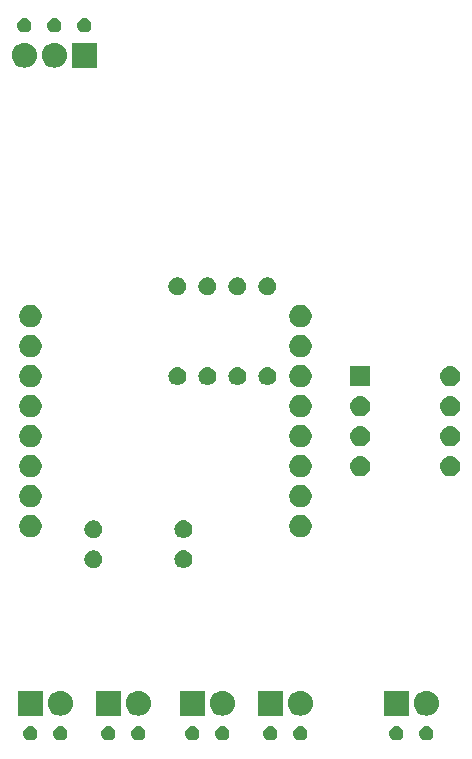
<source format=gts>
G04 #@! TF.GenerationSoftware,KiCad,Pcbnew,5.0.2-bee76a0~70~ubuntu18.04.1*
G04 #@! TF.CreationDate,2019-04-08T15:23:50+01:00*
G04 #@! TF.ProjectId,Bump Stop,42756d70-2053-4746-9f70-2e6b69636164,rev?*
G04 #@! TF.SameCoordinates,Original*
G04 #@! TF.FileFunction,Soldermask,Top*
G04 #@! TF.FilePolarity,Negative*
%FSLAX46Y46*%
G04 Gerber Fmt 4.6, Leading zero omitted, Abs format (unit mm)*
G04 Created by KiCad (PCBNEW 5.0.2-bee76a0~70~ubuntu18.04.1) date Mon Apr  8 15:23:50 2019*
%MOMM*%
%LPD*%
G01*
G04 APERTURE LIST*
%ADD10C,0.100000*%
G04 APERTURE END LIST*
D10*
G36*
X173657305Y-138614096D02*
X173766680Y-138659400D01*
X173865118Y-138725175D01*
X173948825Y-138808882D01*
X174014600Y-138907320D01*
X174059904Y-139016695D01*
X174083000Y-139132806D01*
X174083000Y-139251194D01*
X174059904Y-139367305D01*
X174014600Y-139476680D01*
X173948825Y-139575118D01*
X173865118Y-139658825D01*
X173766680Y-139724600D01*
X173657305Y-139769904D01*
X173541194Y-139793000D01*
X173422806Y-139793000D01*
X173306695Y-139769904D01*
X173197320Y-139724600D01*
X173098882Y-139658825D01*
X173015175Y-139575118D01*
X172949400Y-139476680D01*
X172904096Y-139367305D01*
X172881000Y-139251194D01*
X172881000Y-139132806D01*
X172904096Y-139016695D01*
X172949400Y-138907320D01*
X173015175Y-138808882D01*
X173098882Y-138725175D01*
X173197320Y-138659400D01*
X173306695Y-138614096D01*
X173422806Y-138591000D01*
X173541194Y-138591000D01*
X173657305Y-138614096D01*
X173657305Y-138614096D01*
G37*
G36*
X171117305Y-138614096D02*
X171226680Y-138659400D01*
X171325118Y-138725175D01*
X171408825Y-138808882D01*
X171474600Y-138907320D01*
X171519904Y-139016695D01*
X171543000Y-139132806D01*
X171543000Y-139251194D01*
X171519904Y-139367305D01*
X171474600Y-139476680D01*
X171408825Y-139575118D01*
X171325118Y-139658825D01*
X171226680Y-139724600D01*
X171117305Y-139769904D01*
X171001194Y-139793000D01*
X170882806Y-139793000D01*
X170766695Y-139769904D01*
X170657320Y-139724600D01*
X170558882Y-139658825D01*
X170475175Y-139575118D01*
X170409400Y-139476680D01*
X170364096Y-139367305D01*
X170341000Y-139251194D01*
X170341000Y-139132806D01*
X170364096Y-139016695D01*
X170409400Y-138907320D01*
X170475175Y-138808882D01*
X170558882Y-138725175D01*
X170657320Y-138659400D01*
X170766695Y-138614096D01*
X170882806Y-138591000D01*
X171001194Y-138591000D01*
X171117305Y-138614096D01*
X171117305Y-138614096D01*
G37*
G36*
X162989305Y-138614096D02*
X163098680Y-138659400D01*
X163197118Y-138725175D01*
X163280825Y-138808882D01*
X163346600Y-138907320D01*
X163391904Y-139016695D01*
X163415000Y-139132806D01*
X163415000Y-139251194D01*
X163391904Y-139367305D01*
X163346600Y-139476680D01*
X163280825Y-139575118D01*
X163197118Y-139658825D01*
X163098680Y-139724600D01*
X162989305Y-139769904D01*
X162873194Y-139793000D01*
X162754806Y-139793000D01*
X162638695Y-139769904D01*
X162529320Y-139724600D01*
X162430882Y-139658825D01*
X162347175Y-139575118D01*
X162281400Y-139476680D01*
X162236096Y-139367305D01*
X162213000Y-139251194D01*
X162213000Y-139132806D01*
X162236096Y-139016695D01*
X162281400Y-138907320D01*
X162347175Y-138808882D01*
X162430882Y-138725175D01*
X162529320Y-138659400D01*
X162638695Y-138614096D01*
X162754806Y-138591000D01*
X162873194Y-138591000D01*
X162989305Y-138614096D01*
X162989305Y-138614096D01*
G37*
G36*
X160449305Y-138614096D02*
X160558680Y-138659400D01*
X160657118Y-138725175D01*
X160740825Y-138808882D01*
X160806600Y-138907320D01*
X160851904Y-139016695D01*
X160875000Y-139132806D01*
X160875000Y-139251194D01*
X160851904Y-139367305D01*
X160806600Y-139476680D01*
X160740825Y-139575118D01*
X160657118Y-139658825D01*
X160558680Y-139724600D01*
X160449305Y-139769904D01*
X160333194Y-139793000D01*
X160214806Y-139793000D01*
X160098695Y-139769904D01*
X159989320Y-139724600D01*
X159890882Y-139658825D01*
X159807175Y-139575118D01*
X159741400Y-139476680D01*
X159696096Y-139367305D01*
X159673000Y-139251194D01*
X159673000Y-139132806D01*
X159696096Y-139016695D01*
X159741400Y-138907320D01*
X159807175Y-138808882D01*
X159890882Y-138725175D01*
X159989320Y-138659400D01*
X160098695Y-138614096D01*
X160214806Y-138591000D01*
X160333194Y-138591000D01*
X160449305Y-138614096D01*
X160449305Y-138614096D01*
G37*
G36*
X156385305Y-138614096D02*
X156494680Y-138659400D01*
X156593118Y-138725175D01*
X156676825Y-138808882D01*
X156742600Y-138907320D01*
X156787904Y-139016695D01*
X156811000Y-139132806D01*
X156811000Y-139251194D01*
X156787904Y-139367305D01*
X156742600Y-139476680D01*
X156676825Y-139575118D01*
X156593118Y-139658825D01*
X156494680Y-139724600D01*
X156385305Y-139769904D01*
X156269194Y-139793000D01*
X156150806Y-139793000D01*
X156034695Y-139769904D01*
X155925320Y-139724600D01*
X155826882Y-139658825D01*
X155743175Y-139575118D01*
X155677400Y-139476680D01*
X155632096Y-139367305D01*
X155609000Y-139251194D01*
X155609000Y-139132806D01*
X155632096Y-139016695D01*
X155677400Y-138907320D01*
X155743175Y-138808882D01*
X155826882Y-138725175D01*
X155925320Y-138659400D01*
X156034695Y-138614096D01*
X156150806Y-138591000D01*
X156269194Y-138591000D01*
X156385305Y-138614096D01*
X156385305Y-138614096D01*
G37*
G36*
X153845305Y-138614096D02*
X153954680Y-138659400D01*
X154053118Y-138725175D01*
X154136825Y-138808882D01*
X154202600Y-138907320D01*
X154247904Y-139016695D01*
X154271000Y-139132806D01*
X154271000Y-139251194D01*
X154247904Y-139367305D01*
X154202600Y-139476680D01*
X154136825Y-139575118D01*
X154053118Y-139658825D01*
X153954680Y-139724600D01*
X153845305Y-139769904D01*
X153729194Y-139793000D01*
X153610806Y-139793000D01*
X153494695Y-139769904D01*
X153385320Y-139724600D01*
X153286882Y-139658825D01*
X153203175Y-139575118D01*
X153137400Y-139476680D01*
X153092096Y-139367305D01*
X153069000Y-139251194D01*
X153069000Y-139132806D01*
X153092096Y-139016695D01*
X153137400Y-138907320D01*
X153203175Y-138808882D01*
X153286882Y-138725175D01*
X153385320Y-138659400D01*
X153494695Y-138614096D01*
X153610806Y-138591000D01*
X153729194Y-138591000D01*
X153845305Y-138614096D01*
X153845305Y-138614096D01*
G37*
G36*
X146733305Y-138614096D02*
X146842680Y-138659400D01*
X146941118Y-138725175D01*
X147024825Y-138808882D01*
X147090600Y-138907320D01*
X147135904Y-139016695D01*
X147159000Y-139132806D01*
X147159000Y-139251194D01*
X147135904Y-139367305D01*
X147090600Y-139476680D01*
X147024825Y-139575118D01*
X146941118Y-139658825D01*
X146842680Y-139724600D01*
X146733305Y-139769904D01*
X146617194Y-139793000D01*
X146498806Y-139793000D01*
X146382695Y-139769904D01*
X146273320Y-139724600D01*
X146174882Y-139658825D01*
X146091175Y-139575118D01*
X146025400Y-139476680D01*
X145980096Y-139367305D01*
X145957000Y-139251194D01*
X145957000Y-139132806D01*
X145980096Y-139016695D01*
X146025400Y-138907320D01*
X146091175Y-138808882D01*
X146174882Y-138725175D01*
X146273320Y-138659400D01*
X146382695Y-138614096D01*
X146498806Y-138591000D01*
X146617194Y-138591000D01*
X146733305Y-138614096D01*
X146733305Y-138614096D01*
G37*
G36*
X142669305Y-138614096D02*
X142778680Y-138659400D01*
X142877118Y-138725175D01*
X142960825Y-138808882D01*
X143026600Y-138907320D01*
X143071904Y-139016695D01*
X143095000Y-139132806D01*
X143095000Y-139251194D01*
X143071904Y-139367305D01*
X143026600Y-139476680D01*
X142960825Y-139575118D01*
X142877118Y-139658825D01*
X142778680Y-139724600D01*
X142669305Y-139769904D01*
X142553194Y-139793000D01*
X142434806Y-139793000D01*
X142318695Y-139769904D01*
X142209320Y-139724600D01*
X142110882Y-139658825D01*
X142027175Y-139575118D01*
X141961400Y-139476680D01*
X141916096Y-139367305D01*
X141893000Y-139251194D01*
X141893000Y-139132806D01*
X141916096Y-139016695D01*
X141961400Y-138907320D01*
X142027175Y-138808882D01*
X142110882Y-138725175D01*
X142209320Y-138659400D01*
X142318695Y-138614096D01*
X142434806Y-138591000D01*
X142553194Y-138591000D01*
X142669305Y-138614096D01*
X142669305Y-138614096D01*
G37*
G36*
X140129305Y-138614096D02*
X140238680Y-138659400D01*
X140337118Y-138725175D01*
X140420825Y-138808882D01*
X140486600Y-138907320D01*
X140531904Y-139016695D01*
X140555000Y-139132806D01*
X140555000Y-139251194D01*
X140531904Y-139367305D01*
X140486600Y-139476680D01*
X140420825Y-139575118D01*
X140337118Y-139658825D01*
X140238680Y-139724600D01*
X140129305Y-139769904D01*
X140013194Y-139793000D01*
X139894806Y-139793000D01*
X139778695Y-139769904D01*
X139669320Y-139724600D01*
X139570882Y-139658825D01*
X139487175Y-139575118D01*
X139421400Y-139476680D01*
X139376096Y-139367305D01*
X139353000Y-139251194D01*
X139353000Y-139132806D01*
X139376096Y-139016695D01*
X139421400Y-138907320D01*
X139487175Y-138808882D01*
X139570882Y-138725175D01*
X139669320Y-138659400D01*
X139778695Y-138614096D01*
X139894806Y-138591000D01*
X140013194Y-138591000D01*
X140129305Y-138614096D01*
X140129305Y-138614096D01*
G37*
G36*
X149273305Y-138614096D02*
X149382680Y-138659400D01*
X149481118Y-138725175D01*
X149564825Y-138808882D01*
X149630600Y-138907320D01*
X149675904Y-139016695D01*
X149699000Y-139132806D01*
X149699000Y-139251194D01*
X149675904Y-139367305D01*
X149630600Y-139476680D01*
X149564825Y-139575118D01*
X149481118Y-139658825D01*
X149382680Y-139724600D01*
X149273305Y-139769904D01*
X149157194Y-139793000D01*
X149038806Y-139793000D01*
X148922695Y-139769904D01*
X148813320Y-139724600D01*
X148714882Y-139658825D01*
X148631175Y-139575118D01*
X148565400Y-139476680D01*
X148520096Y-139367305D01*
X148497000Y-139251194D01*
X148497000Y-139132806D01*
X148520096Y-139016695D01*
X148565400Y-138907320D01*
X148631175Y-138808882D01*
X148714882Y-138725175D01*
X148813320Y-138659400D01*
X148922695Y-138614096D01*
X149038806Y-138591000D01*
X149157194Y-138591000D01*
X149273305Y-138614096D01*
X149273305Y-138614096D01*
G37*
G36*
X171992490Y-137702490D02*
X169891510Y-137702490D01*
X169891510Y-135601510D01*
X171992490Y-135601510D01*
X171992490Y-137702490D01*
X171992490Y-137702490D01*
G37*
G36*
X173687928Y-135616710D02*
X173687931Y-135616711D01*
X173687932Y-135616711D01*
X173885950Y-135676779D01*
X173885952Y-135676780D01*
X173885955Y-135676781D01*
X174068445Y-135774323D01*
X174228402Y-135905598D01*
X174359677Y-136065555D01*
X174457219Y-136248045D01*
X174517290Y-136446072D01*
X174537572Y-136652000D01*
X174517290Y-136857928D01*
X174457219Y-137055955D01*
X174359677Y-137238445D01*
X174228402Y-137398402D01*
X174068445Y-137529677D01*
X173885955Y-137627219D01*
X173885952Y-137627220D01*
X173885950Y-137627221D01*
X173687932Y-137687289D01*
X173687931Y-137687289D01*
X173687928Y-137687290D01*
X173533601Y-137702490D01*
X173430399Y-137702490D01*
X173276072Y-137687290D01*
X173276069Y-137687289D01*
X173276068Y-137687289D01*
X173078050Y-137627221D01*
X173078048Y-137627220D01*
X173078045Y-137627219D01*
X172895555Y-137529677D01*
X172735598Y-137398402D01*
X172604323Y-137238445D01*
X172506781Y-137055955D01*
X172446710Y-136857928D01*
X172426428Y-136652000D01*
X172446710Y-136446072D01*
X172506781Y-136248045D01*
X172604323Y-136065555D01*
X172735598Y-135905598D01*
X172895555Y-135774323D01*
X173078045Y-135676781D01*
X173078048Y-135676780D01*
X173078050Y-135676779D01*
X173276068Y-135616711D01*
X173276069Y-135616711D01*
X173276072Y-135616710D01*
X173430399Y-135601510D01*
X173533601Y-135601510D01*
X173687928Y-135616710D01*
X173687928Y-135616710D01*
G37*
G36*
X142699928Y-135616710D02*
X142699931Y-135616711D01*
X142699932Y-135616711D01*
X142897950Y-135676779D01*
X142897952Y-135676780D01*
X142897955Y-135676781D01*
X143080445Y-135774323D01*
X143240402Y-135905598D01*
X143371677Y-136065555D01*
X143469219Y-136248045D01*
X143529290Y-136446072D01*
X143549572Y-136652000D01*
X143529290Y-136857928D01*
X143469219Y-137055955D01*
X143371677Y-137238445D01*
X143240402Y-137398402D01*
X143080445Y-137529677D01*
X142897955Y-137627219D01*
X142897952Y-137627220D01*
X142897950Y-137627221D01*
X142699932Y-137687289D01*
X142699931Y-137687289D01*
X142699928Y-137687290D01*
X142545601Y-137702490D01*
X142442399Y-137702490D01*
X142288072Y-137687290D01*
X142288069Y-137687289D01*
X142288068Y-137687289D01*
X142090050Y-137627221D01*
X142090048Y-137627220D01*
X142090045Y-137627219D01*
X141907555Y-137529677D01*
X141747598Y-137398402D01*
X141616323Y-137238445D01*
X141518781Y-137055955D01*
X141458710Y-136857928D01*
X141438428Y-136652000D01*
X141458710Y-136446072D01*
X141518781Y-136248045D01*
X141616323Y-136065555D01*
X141747598Y-135905598D01*
X141907555Y-135774323D01*
X142090045Y-135676781D01*
X142090048Y-135676780D01*
X142090050Y-135676779D01*
X142288068Y-135616711D01*
X142288069Y-135616711D01*
X142288072Y-135616710D01*
X142442399Y-135601510D01*
X142545601Y-135601510D01*
X142699928Y-135616710D01*
X142699928Y-135616710D01*
G37*
G36*
X141004490Y-137702490D02*
X138903510Y-137702490D01*
X138903510Y-135601510D01*
X141004490Y-135601510D01*
X141004490Y-137702490D01*
X141004490Y-137702490D01*
G37*
G36*
X161324490Y-137702490D02*
X159223510Y-137702490D01*
X159223510Y-135601510D01*
X161324490Y-135601510D01*
X161324490Y-137702490D01*
X161324490Y-137702490D01*
G37*
G36*
X147608490Y-137702490D02*
X145507510Y-137702490D01*
X145507510Y-135601510D01*
X147608490Y-135601510D01*
X147608490Y-137702490D01*
X147608490Y-137702490D01*
G37*
G36*
X156415928Y-135616710D02*
X156415931Y-135616711D01*
X156415932Y-135616711D01*
X156613950Y-135676779D01*
X156613952Y-135676780D01*
X156613955Y-135676781D01*
X156796445Y-135774323D01*
X156956402Y-135905598D01*
X157087677Y-136065555D01*
X157185219Y-136248045D01*
X157245290Y-136446072D01*
X157265572Y-136652000D01*
X157245290Y-136857928D01*
X157185219Y-137055955D01*
X157087677Y-137238445D01*
X156956402Y-137398402D01*
X156796445Y-137529677D01*
X156613955Y-137627219D01*
X156613952Y-137627220D01*
X156613950Y-137627221D01*
X156415932Y-137687289D01*
X156415931Y-137687289D01*
X156415928Y-137687290D01*
X156261601Y-137702490D01*
X156158399Y-137702490D01*
X156004072Y-137687290D01*
X156004069Y-137687289D01*
X156004068Y-137687289D01*
X155806050Y-137627221D01*
X155806048Y-137627220D01*
X155806045Y-137627219D01*
X155623555Y-137529677D01*
X155463598Y-137398402D01*
X155332323Y-137238445D01*
X155234781Y-137055955D01*
X155174710Y-136857928D01*
X155154428Y-136652000D01*
X155174710Y-136446072D01*
X155234781Y-136248045D01*
X155332323Y-136065555D01*
X155463598Y-135905598D01*
X155623555Y-135774323D01*
X155806045Y-135676781D01*
X155806048Y-135676780D01*
X155806050Y-135676779D01*
X156004068Y-135616711D01*
X156004069Y-135616711D01*
X156004072Y-135616710D01*
X156158399Y-135601510D01*
X156261601Y-135601510D01*
X156415928Y-135616710D01*
X156415928Y-135616710D01*
G37*
G36*
X154720490Y-137702490D02*
X152619510Y-137702490D01*
X152619510Y-135601510D01*
X154720490Y-135601510D01*
X154720490Y-137702490D01*
X154720490Y-137702490D01*
G37*
G36*
X163019928Y-135616710D02*
X163019931Y-135616711D01*
X163019932Y-135616711D01*
X163217950Y-135676779D01*
X163217952Y-135676780D01*
X163217955Y-135676781D01*
X163400445Y-135774323D01*
X163560402Y-135905598D01*
X163691677Y-136065555D01*
X163789219Y-136248045D01*
X163849290Y-136446072D01*
X163869572Y-136652000D01*
X163849290Y-136857928D01*
X163789219Y-137055955D01*
X163691677Y-137238445D01*
X163560402Y-137398402D01*
X163400445Y-137529677D01*
X163217955Y-137627219D01*
X163217952Y-137627220D01*
X163217950Y-137627221D01*
X163019932Y-137687289D01*
X163019931Y-137687289D01*
X163019928Y-137687290D01*
X162865601Y-137702490D01*
X162762399Y-137702490D01*
X162608072Y-137687290D01*
X162608069Y-137687289D01*
X162608068Y-137687289D01*
X162410050Y-137627221D01*
X162410048Y-137627220D01*
X162410045Y-137627219D01*
X162227555Y-137529677D01*
X162067598Y-137398402D01*
X161936323Y-137238445D01*
X161838781Y-137055955D01*
X161778710Y-136857928D01*
X161758428Y-136652000D01*
X161778710Y-136446072D01*
X161838781Y-136248045D01*
X161936323Y-136065555D01*
X162067598Y-135905598D01*
X162227555Y-135774323D01*
X162410045Y-135676781D01*
X162410048Y-135676780D01*
X162410050Y-135676779D01*
X162608068Y-135616711D01*
X162608069Y-135616711D01*
X162608072Y-135616710D01*
X162762399Y-135601510D01*
X162865601Y-135601510D01*
X163019928Y-135616710D01*
X163019928Y-135616710D01*
G37*
G36*
X149303928Y-135616710D02*
X149303931Y-135616711D01*
X149303932Y-135616711D01*
X149501950Y-135676779D01*
X149501952Y-135676780D01*
X149501955Y-135676781D01*
X149684445Y-135774323D01*
X149844402Y-135905598D01*
X149975677Y-136065555D01*
X150073219Y-136248045D01*
X150133290Y-136446072D01*
X150153572Y-136652000D01*
X150133290Y-136857928D01*
X150073219Y-137055955D01*
X149975677Y-137238445D01*
X149844402Y-137398402D01*
X149684445Y-137529677D01*
X149501955Y-137627219D01*
X149501952Y-137627220D01*
X149501950Y-137627221D01*
X149303932Y-137687289D01*
X149303931Y-137687289D01*
X149303928Y-137687290D01*
X149149601Y-137702490D01*
X149046399Y-137702490D01*
X148892072Y-137687290D01*
X148892069Y-137687289D01*
X148892068Y-137687289D01*
X148694050Y-137627221D01*
X148694048Y-137627220D01*
X148694045Y-137627219D01*
X148511555Y-137529677D01*
X148351598Y-137398402D01*
X148220323Y-137238445D01*
X148122781Y-137055955D01*
X148062710Y-136857928D01*
X148042428Y-136652000D01*
X148062710Y-136446072D01*
X148122781Y-136248045D01*
X148220323Y-136065555D01*
X148351598Y-135905598D01*
X148511555Y-135774323D01*
X148694045Y-135676781D01*
X148694048Y-135676780D01*
X148694050Y-135676779D01*
X148892068Y-135616711D01*
X148892069Y-135616711D01*
X148892072Y-135616710D01*
X149046399Y-135601510D01*
X149149601Y-135601510D01*
X149303928Y-135616710D01*
X149303928Y-135616710D01*
G37*
G36*
X152981665Y-123712622D02*
X153055222Y-123719867D01*
X153196786Y-123762810D01*
X153327252Y-123832546D01*
X153441606Y-123926394D01*
X153535454Y-124040748D01*
X153605190Y-124171214D01*
X153648133Y-124312778D01*
X153662633Y-124460000D01*
X153648133Y-124607222D01*
X153605190Y-124748786D01*
X153535454Y-124879252D01*
X153441606Y-124993606D01*
X153327252Y-125087454D01*
X153196786Y-125157190D01*
X153055222Y-125200133D01*
X152981665Y-125207378D01*
X152944888Y-125211000D01*
X152871112Y-125211000D01*
X152834335Y-125207378D01*
X152760778Y-125200133D01*
X152619214Y-125157190D01*
X152488748Y-125087454D01*
X152374394Y-124993606D01*
X152280546Y-124879252D01*
X152210810Y-124748786D01*
X152167867Y-124607222D01*
X152153367Y-124460000D01*
X152167867Y-124312778D01*
X152210810Y-124171214D01*
X152280546Y-124040748D01*
X152374394Y-123926394D01*
X152488748Y-123832546D01*
X152619214Y-123762810D01*
X152760778Y-123719867D01*
X152834335Y-123712622D01*
X152871112Y-123709000D01*
X152944888Y-123709000D01*
X152981665Y-123712622D01*
X152981665Y-123712622D01*
G37*
G36*
X145416600Y-123719867D02*
X145507059Y-123737860D01*
X145643732Y-123794472D01*
X145700715Y-123832547D01*
X145766738Y-123876662D01*
X145871338Y-123981262D01*
X145871340Y-123981265D01*
X145953528Y-124104268D01*
X146010140Y-124240941D01*
X146039000Y-124386033D01*
X146039000Y-124533967D01*
X146010140Y-124679059D01*
X145953528Y-124815732D01*
X145872446Y-124937079D01*
X145871338Y-124938738D01*
X145766738Y-125043338D01*
X145766735Y-125043340D01*
X145643732Y-125125528D01*
X145507059Y-125182140D01*
X145420004Y-125199456D01*
X145361969Y-125211000D01*
X145214031Y-125211000D01*
X145155996Y-125199456D01*
X145068941Y-125182140D01*
X144932268Y-125125528D01*
X144809265Y-125043340D01*
X144809262Y-125043338D01*
X144704662Y-124938738D01*
X144703554Y-124937079D01*
X144622472Y-124815732D01*
X144565860Y-124679059D01*
X144537000Y-124533967D01*
X144537000Y-124386033D01*
X144565860Y-124240941D01*
X144622472Y-124104268D01*
X144704660Y-123981265D01*
X144704662Y-123981262D01*
X144809262Y-123876662D01*
X144875285Y-123832547D01*
X144932268Y-123794472D01*
X145068941Y-123737860D01*
X145159400Y-123719867D01*
X145214031Y-123709000D01*
X145361969Y-123709000D01*
X145416600Y-123719867D01*
X145416600Y-123719867D01*
G37*
G36*
X152981665Y-121172622D02*
X153055222Y-121179867D01*
X153196786Y-121222810D01*
X153327252Y-121292546D01*
X153441606Y-121386394D01*
X153535454Y-121500748D01*
X153605190Y-121631214D01*
X153648133Y-121772778D01*
X153662633Y-121920000D01*
X153648133Y-122067222D01*
X153605190Y-122208786D01*
X153535454Y-122339252D01*
X153441606Y-122453606D01*
X153327252Y-122547454D01*
X153196786Y-122617190D01*
X153055222Y-122660133D01*
X152981665Y-122667378D01*
X152944888Y-122671000D01*
X152871112Y-122671000D01*
X152834335Y-122667378D01*
X152760778Y-122660133D01*
X152619214Y-122617190D01*
X152488748Y-122547454D01*
X152374394Y-122453606D01*
X152280546Y-122339252D01*
X152210810Y-122208786D01*
X152167867Y-122067222D01*
X152153367Y-121920000D01*
X152167867Y-121772778D01*
X152210810Y-121631214D01*
X152280546Y-121500748D01*
X152374394Y-121386394D01*
X152488748Y-121292546D01*
X152619214Y-121222810D01*
X152760778Y-121179867D01*
X152834335Y-121172622D01*
X152871112Y-121169000D01*
X152944888Y-121169000D01*
X152981665Y-121172622D01*
X152981665Y-121172622D01*
G37*
G36*
X145416600Y-121179867D02*
X145507059Y-121197860D01*
X145643732Y-121254472D01*
X145700715Y-121292547D01*
X145766738Y-121336662D01*
X145871338Y-121441262D01*
X145871340Y-121441265D01*
X145953528Y-121564268D01*
X146010140Y-121700941D01*
X146039000Y-121846033D01*
X146039000Y-121993967D01*
X146010140Y-122139059D01*
X145953528Y-122275732D01*
X145872446Y-122397079D01*
X145871338Y-122398738D01*
X145766738Y-122503338D01*
X145766735Y-122503340D01*
X145643732Y-122585528D01*
X145507059Y-122642140D01*
X145420004Y-122659456D01*
X145361969Y-122671000D01*
X145214031Y-122671000D01*
X145155996Y-122659456D01*
X145068941Y-122642140D01*
X144932268Y-122585528D01*
X144809265Y-122503340D01*
X144809262Y-122503338D01*
X144704662Y-122398738D01*
X144703554Y-122397079D01*
X144622472Y-122275732D01*
X144565860Y-122139059D01*
X144537000Y-121993967D01*
X144537000Y-121846033D01*
X144565860Y-121700941D01*
X144622472Y-121564268D01*
X144704660Y-121441265D01*
X144704662Y-121441262D01*
X144809262Y-121336662D01*
X144875285Y-121292547D01*
X144932268Y-121254472D01*
X145068941Y-121197860D01*
X145159400Y-121179867D01*
X145214031Y-121169000D01*
X145361969Y-121169000D01*
X145416600Y-121179867D01*
X145416600Y-121179867D01*
G37*
G36*
X163091396Y-120751546D02*
X163264466Y-120823234D01*
X163420230Y-120927312D01*
X163552688Y-121059770D01*
X163656766Y-121215534D01*
X163728454Y-121388604D01*
X163765000Y-121572333D01*
X163765000Y-121759667D01*
X163728454Y-121943396D01*
X163656766Y-122116466D01*
X163552688Y-122272230D01*
X163420230Y-122404688D01*
X163264466Y-122508766D01*
X163091396Y-122580454D01*
X162907667Y-122617000D01*
X162720333Y-122617000D01*
X162536604Y-122580454D01*
X162363534Y-122508766D01*
X162207770Y-122404688D01*
X162075312Y-122272230D01*
X161971234Y-122116466D01*
X161899546Y-121943396D01*
X161863000Y-121759667D01*
X161863000Y-121572333D01*
X161899546Y-121388604D01*
X161971234Y-121215534D01*
X162075312Y-121059770D01*
X162207770Y-120927312D01*
X162363534Y-120823234D01*
X162536604Y-120751546D01*
X162720333Y-120715000D01*
X162907667Y-120715000D01*
X163091396Y-120751546D01*
X163091396Y-120751546D01*
G37*
G36*
X140231396Y-120751546D02*
X140404466Y-120823234D01*
X140560230Y-120927312D01*
X140692688Y-121059770D01*
X140796766Y-121215534D01*
X140868454Y-121388604D01*
X140905000Y-121572333D01*
X140905000Y-121759667D01*
X140868454Y-121943396D01*
X140796766Y-122116466D01*
X140692688Y-122272230D01*
X140560230Y-122404688D01*
X140404466Y-122508766D01*
X140231396Y-122580454D01*
X140047667Y-122617000D01*
X139860333Y-122617000D01*
X139676604Y-122580454D01*
X139503534Y-122508766D01*
X139347770Y-122404688D01*
X139215312Y-122272230D01*
X139111234Y-122116466D01*
X139039546Y-121943396D01*
X139003000Y-121759667D01*
X139003000Y-121572333D01*
X139039546Y-121388604D01*
X139111234Y-121215534D01*
X139215312Y-121059770D01*
X139347770Y-120927312D01*
X139503534Y-120823234D01*
X139676604Y-120751546D01*
X139860333Y-120715000D01*
X140047667Y-120715000D01*
X140231396Y-120751546D01*
X140231396Y-120751546D01*
G37*
G36*
X163091396Y-118211546D02*
X163264466Y-118283234D01*
X163420230Y-118387312D01*
X163552688Y-118519770D01*
X163656766Y-118675534D01*
X163728454Y-118848604D01*
X163765000Y-119032333D01*
X163765000Y-119219667D01*
X163728454Y-119403396D01*
X163656766Y-119576466D01*
X163552688Y-119732230D01*
X163420230Y-119864688D01*
X163264466Y-119968766D01*
X163091396Y-120040454D01*
X162907667Y-120077000D01*
X162720333Y-120077000D01*
X162536604Y-120040454D01*
X162363534Y-119968766D01*
X162207770Y-119864688D01*
X162075312Y-119732230D01*
X161971234Y-119576466D01*
X161899546Y-119403396D01*
X161863000Y-119219667D01*
X161863000Y-119032333D01*
X161899546Y-118848604D01*
X161971234Y-118675534D01*
X162075312Y-118519770D01*
X162207770Y-118387312D01*
X162363534Y-118283234D01*
X162536604Y-118211546D01*
X162720333Y-118175000D01*
X162907667Y-118175000D01*
X163091396Y-118211546D01*
X163091396Y-118211546D01*
G37*
G36*
X140231396Y-118211546D02*
X140404466Y-118283234D01*
X140560230Y-118387312D01*
X140692688Y-118519770D01*
X140796766Y-118675534D01*
X140868454Y-118848604D01*
X140905000Y-119032333D01*
X140905000Y-119219667D01*
X140868454Y-119403396D01*
X140796766Y-119576466D01*
X140692688Y-119732230D01*
X140560230Y-119864688D01*
X140404466Y-119968766D01*
X140231396Y-120040454D01*
X140047667Y-120077000D01*
X139860333Y-120077000D01*
X139676604Y-120040454D01*
X139503534Y-119968766D01*
X139347770Y-119864688D01*
X139215312Y-119732230D01*
X139111234Y-119576466D01*
X139039546Y-119403396D01*
X139003000Y-119219667D01*
X139003000Y-119032333D01*
X139039546Y-118848604D01*
X139111234Y-118675534D01*
X139215312Y-118519770D01*
X139347770Y-118387312D01*
X139503534Y-118283234D01*
X139676604Y-118211546D01*
X139860333Y-118175000D01*
X140047667Y-118175000D01*
X140231396Y-118211546D01*
X140231396Y-118211546D01*
G37*
G36*
X163091396Y-115671546D02*
X163264466Y-115743234D01*
X163420230Y-115847312D01*
X163552688Y-115979770D01*
X163656766Y-116135534D01*
X163728454Y-116308604D01*
X163765000Y-116492333D01*
X163765000Y-116679667D01*
X163728454Y-116863396D01*
X163656766Y-117036466D01*
X163552688Y-117192230D01*
X163420230Y-117324688D01*
X163264466Y-117428766D01*
X163091396Y-117500454D01*
X162907667Y-117537000D01*
X162720333Y-117537000D01*
X162536604Y-117500454D01*
X162363534Y-117428766D01*
X162207770Y-117324688D01*
X162075312Y-117192230D01*
X161971234Y-117036466D01*
X161899546Y-116863396D01*
X161863000Y-116679667D01*
X161863000Y-116492333D01*
X161899546Y-116308604D01*
X161971234Y-116135534D01*
X162075312Y-115979770D01*
X162207770Y-115847312D01*
X162363534Y-115743234D01*
X162536604Y-115671546D01*
X162720333Y-115635000D01*
X162907667Y-115635000D01*
X163091396Y-115671546D01*
X163091396Y-115671546D01*
G37*
G36*
X140231396Y-115671546D02*
X140404466Y-115743234D01*
X140560230Y-115847312D01*
X140692688Y-115979770D01*
X140796766Y-116135534D01*
X140868454Y-116308604D01*
X140905000Y-116492333D01*
X140905000Y-116679667D01*
X140868454Y-116863396D01*
X140796766Y-117036466D01*
X140692688Y-117192230D01*
X140560230Y-117324688D01*
X140404466Y-117428766D01*
X140231396Y-117500454D01*
X140047667Y-117537000D01*
X139860333Y-117537000D01*
X139676604Y-117500454D01*
X139503534Y-117428766D01*
X139347770Y-117324688D01*
X139215312Y-117192230D01*
X139111234Y-117036466D01*
X139039546Y-116863396D01*
X139003000Y-116679667D01*
X139003000Y-116492333D01*
X139039546Y-116308604D01*
X139111234Y-116135534D01*
X139215312Y-115979770D01*
X139347770Y-115847312D01*
X139503534Y-115743234D01*
X139676604Y-115671546D01*
X139860333Y-115635000D01*
X140047667Y-115635000D01*
X140231396Y-115671546D01*
X140231396Y-115671546D01*
G37*
G36*
X175680821Y-115747313D02*
X175680824Y-115747314D01*
X175680825Y-115747314D01*
X175841239Y-115795975D01*
X175841241Y-115795976D01*
X175841244Y-115795977D01*
X175989078Y-115874995D01*
X176118659Y-115981341D01*
X176225005Y-116110922D01*
X176304023Y-116258756D01*
X176304024Y-116258759D01*
X176304025Y-116258761D01*
X176352686Y-116419175D01*
X176352687Y-116419179D01*
X176369117Y-116586000D01*
X176352687Y-116752821D01*
X176352686Y-116752824D01*
X176352686Y-116752825D01*
X176319145Y-116863396D01*
X176304023Y-116913244D01*
X176225005Y-117061078D01*
X176118659Y-117190659D01*
X175989078Y-117297005D01*
X175841244Y-117376023D01*
X175841241Y-117376024D01*
X175841239Y-117376025D01*
X175680825Y-117424686D01*
X175680824Y-117424686D01*
X175680821Y-117424687D01*
X175555804Y-117437000D01*
X175472196Y-117437000D01*
X175347179Y-117424687D01*
X175347176Y-117424686D01*
X175347175Y-117424686D01*
X175186761Y-117376025D01*
X175186759Y-117376024D01*
X175186756Y-117376023D01*
X175038922Y-117297005D01*
X174909341Y-117190659D01*
X174802995Y-117061078D01*
X174723977Y-116913244D01*
X174708856Y-116863396D01*
X174675314Y-116752825D01*
X174675314Y-116752824D01*
X174675313Y-116752821D01*
X174658883Y-116586000D01*
X174675313Y-116419179D01*
X174675314Y-116419175D01*
X174723975Y-116258761D01*
X174723976Y-116258759D01*
X174723977Y-116258756D01*
X174802995Y-116110922D01*
X174909341Y-115981341D01*
X175038922Y-115874995D01*
X175186756Y-115795977D01*
X175186759Y-115795976D01*
X175186761Y-115795975D01*
X175347175Y-115747314D01*
X175347176Y-115747314D01*
X175347179Y-115747313D01*
X175472196Y-115735000D01*
X175555804Y-115735000D01*
X175680821Y-115747313D01*
X175680821Y-115747313D01*
G37*
G36*
X168060821Y-115747313D02*
X168060824Y-115747314D01*
X168060825Y-115747314D01*
X168221239Y-115795975D01*
X168221241Y-115795976D01*
X168221244Y-115795977D01*
X168369078Y-115874995D01*
X168498659Y-115981341D01*
X168605005Y-116110922D01*
X168684023Y-116258756D01*
X168684024Y-116258759D01*
X168684025Y-116258761D01*
X168732686Y-116419175D01*
X168732687Y-116419179D01*
X168749117Y-116586000D01*
X168732687Y-116752821D01*
X168732686Y-116752824D01*
X168732686Y-116752825D01*
X168699145Y-116863396D01*
X168684023Y-116913244D01*
X168605005Y-117061078D01*
X168498659Y-117190659D01*
X168369078Y-117297005D01*
X168221244Y-117376023D01*
X168221241Y-117376024D01*
X168221239Y-117376025D01*
X168060825Y-117424686D01*
X168060824Y-117424686D01*
X168060821Y-117424687D01*
X167935804Y-117437000D01*
X167852196Y-117437000D01*
X167727179Y-117424687D01*
X167727176Y-117424686D01*
X167727175Y-117424686D01*
X167566761Y-117376025D01*
X167566759Y-117376024D01*
X167566756Y-117376023D01*
X167418922Y-117297005D01*
X167289341Y-117190659D01*
X167182995Y-117061078D01*
X167103977Y-116913244D01*
X167088856Y-116863396D01*
X167055314Y-116752825D01*
X167055314Y-116752824D01*
X167055313Y-116752821D01*
X167038883Y-116586000D01*
X167055313Y-116419179D01*
X167055314Y-116419175D01*
X167103975Y-116258761D01*
X167103976Y-116258759D01*
X167103977Y-116258756D01*
X167182995Y-116110922D01*
X167289341Y-115981341D01*
X167418922Y-115874995D01*
X167566756Y-115795977D01*
X167566759Y-115795976D01*
X167566761Y-115795975D01*
X167727175Y-115747314D01*
X167727176Y-115747314D01*
X167727179Y-115747313D01*
X167852196Y-115735000D01*
X167935804Y-115735000D01*
X168060821Y-115747313D01*
X168060821Y-115747313D01*
G37*
G36*
X140231396Y-113131546D02*
X140404466Y-113203234D01*
X140560230Y-113307312D01*
X140692688Y-113439770D01*
X140796766Y-113595534D01*
X140868454Y-113768604D01*
X140905000Y-113952333D01*
X140905000Y-114139667D01*
X140868454Y-114323396D01*
X140796766Y-114496466D01*
X140692688Y-114652230D01*
X140560230Y-114784688D01*
X140404466Y-114888766D01*
X140231396Y-114960454D01*
X140047667Y-114997000D01*
X139860333Y-114997000D01*
X139676604Y-114960454D01*
X139503534Y-114888766D01*
X139347770Y-114784688D01*
X139215312Y-114652230D01*
X139111234Y-114496466D01*
X139039546Y-114323396D01*
X139003000Y-114139667D01*
X139003000Y-113952333D01*
X139039546Y-113768604D01*
X139111234Y-113595534D01*
X139215312Y-113439770D01*
X139347770Y-113307312D01*
X139503534Y-113203234D01*
X139676604Y-113131546D01*
X139860333Y-113095000D01*
X140047667Y-113095000D01*
X140231396Y-113131546D01*
X140231396Y-113131546D01*
G37*
G36*
X163091396Y-113131546D02*
X163264466Y-113203234D01*
X163420230Y-113307312D01*
X163552688Y-113439770D01*
X163656766Y-113595534D01*
X163728454Y-113768604D01*
X163765000Y-113952333D01*
X163765000Y-114139667D01*
X163728454Y-114323396D01*
X163656766Y-114496466D01*
X163552688Y-114652230D01*
X163420230Y-114784688D01*
X163264466Y-114888766D01*
X163091396Y-114960454D01*
X162907667Y-114997000D01*
X162720333Y-114997000D01*
X162536604Y-114960454D01*
X162363534Y-114888766D01*
X162207770Y-114784688D01*
X162075312Y-114652230D01*
X161971234Y-114496466D01*
X161899546Y-114323396D01*
X161863000Y-114139667D01*
X161863000Y-113952333D01*
X161899546Y-113768604D01*
X161971234Y-113595534D01*
X162075312Y-113439770D01*
X162207770Y-113307312D01*
X162363534Y-113203234D01*
X162536604Y-113131546D01*
X162720333Y-113095000D01*
X162907667Y-113095000D01*
X163091396Y-113131546D01*
X163091396Y-113131546D01*
G37*
G36*
X168060821Y-113207313D02*
X168060824Y-113207314D01*
X168060825Y-113207314D01*
X168221239Y-113255975D01*
X168221241Y-113255976D01*
X168221244Y-113255977D01*
X168369078Y-113334995D01*
X168498659Y-113441341D01*
X168605005Y-113570922D01*
X168684023Y-113718756D01*
X168684024Y-113718759D01*
X168684025Y-113718761D01*
X168732686Y-113879175D01*
X168732687Y-113879179D01*
X168749117Y-114046000D01*
X168732687Y-114212821D01*
X168732686Y-114212824D01*
X168732686Y-114212825D01*
X168699145Y-114323396D01*
X168684023Y-114373244D01*
X168605005Y-114521078D01*
X168498659Y-114650659D01*
X168369078Y-114757005D01*
X168221244Y-114836023D01*
X168221241Y-114836024D01*
X168221239Y-114836025D01*
X168060825Y-114884686D01*
X168060824Y-114884686D01*
X168060821Y-114884687D01*
X167935804Y-114897000D01*
X167852196Y-114897000D01*
X167727179Y-114884687D01*
X167727176Y-114884686D01*
X167727175Y-114884686D01*
X167566761Y-114836025D01*
X167566759Y-114836024D01*
X167566756Y-114836023D01*
X167418922Y-114757005D01*
X167289341Y-114650659D01*
X167182995Y-114521078D01*
X167103977Y-114373244D01*
X167088856Y-114323396D01*
X167055314Y-114212825D01*
X167055314Y-114212824D01*
X167055313Y-114212821D01*
X167038883Y-114046000D01*
X167055313Y-113879179D01*
X167055314Y-113879175D01*
X167103975Y-113718761D01*
X167103976Y-113718759D01*
X167103977Y-113718756D01*
X167182995Y-113570922D01*
X167289341Y-113441341D01*
X167418922Y-113334995D01*
X167566756Y-113255977D01*
X167566759Y-113255976D01*
X167566761Y-113255975D01*
X167727175Y-113207314D01*
X167727176Y-113207314D01*
X167727179Y-113207313D01*
X167852196Y-113195000D01*
X167935804Y-113195000D01*
X168060821Y-113207313D01*
X168060821Y-113207313D01*
G37*
G36*
X175680821Y-113207313D02*
X175680824Y-113207314D01*
X175680825Y-113207314D01*
X175841239Y-113255975D01*
X175841241Y-113255976D01*
X175841244Y-113255977D01*
X175989078Y-113334995D01*
X176118659Y-113441341D01*
X176225005Y-113570922D01*
X176304023Y-113718756D01*
X176304024Y-113718759D01*
X176304025Y-113718761D01*
X176352686Y-113879175D01*
X176352687Y-113879179D01*
X176369117Y-114046000D01*
X176352687Y-114212821D01*
X176352686Y-114212824D01*
X176352686Y-114212825D01*
X176319145Y-114323396D01*
X176304023Y-114373244D01*
X176225005Y-114521078D01*
X176118659Y-114650659D01*
X175989078Y-114757005D01*
X175841244Y-114836023D01*
X175841241Y-114836024D01*
X175841239Y-114836025D01*
X175680825Y-114884686D01*
X175680824Y-114884686D01*
X175680821Y-114884687D01*
X175555804Y-114897000D01*
X175472196Y-114897000D01*
X175347179Y-114884687D01*
X175347176Y-114884686D01*
X175347175Y-114884686D01*
X175186761Y-114836025D01*
X175186759Y-114836024D01*
X175186756Y-114836023D01*
X175038922Y-114757005D01*
X174909341Y-114650659D01*
X174802995Y-114521078D01*
X174723977Y-114373244D01*
X174708856Y-114323396D01*
X174675314Y-114212825D01*
X174675314Y-114212824D01*
X174675313Y-114212821D01*
X174658883Y-114046000D01*
X174675313Y-113879179D01*
X174675314Y-113879175D01*
X174723975Y-113718761D01*
X174723976Y-113718759D01*
X174723977Y-113718756D01*
X174802995Y-113570922D01*
X174909341Y-113441341D01*
X175038922Y-113334995D01*
X175186756Y-113255977D01*
X175186759Y-113255976D01*
X175186761Y-113255975D01*
X175347175Y-113207314D01*
X175347176Y-113207314D01*
X175347179Y-113207313D01*
X175472196Y-113195000D01*
X175555804Y-113195000D01*
X175680821Y-113207313D01*
X175680821Y-113207313D01*
G37*
G36*
X140231396Y-110591546D02*
X140404466Y-110663234D01*
X140560230Y-110767312D01*
X140692688Y-110899770D01*
X140796766Y-111055534D01*
X140868454Y-111228604D01*
X140905000Y-111412333D01*
X140905000Y-111599667D01*
X140868454Y-111783396D01*
X140796766Y-111956466D01*
X140692688Y-112112230D01*
X140560230Y-112244688D01*
X140404466Y-112348766D01*
X140231396Y-112420454D01*
X140047667Y-112457000D01*
X139860333Y-112457000D01*
X139676604Y-112420454D01*
X139503534Y-112348766D01*
X139347770Y-112244688D01*
X139215312Y-112112230D01*
X139111234Y-111956466D01*
X139039546Y-111783396D01*
X139003000Y-111599667D01*
X139003000Y-111412333D01*
X139039546Y-111228604D01*
X139111234Y-111055534D01*
X139215312Y-110899770D01*
X139347770Y-110767312D01*
X139503534Y-110663234D01*
X139676604Y-110591546D01*
X139860333Y-110555000D01*
X140047667Y-110555000D01*
X140231396Y-110591546D01*
X140231396Y-110591546D01*
G37*
G36*
X163091396Y-110591546D02*
X163264466Y-110663234D01*
X163420230Y-110767312D01*
X163552688Y-110899770D01*
X163656766Y-111055534D01*
X163728454Y-111228604D01*
X163765000Y-111412333D01*
X163765000Y-111599667D01*
X163728454Y-111783396D01*
X163656766Y-111956466D01*
X163552688Y-112112230D01*
X163420230Y-112244688D01*
X163264466Y-112348766D01*
X163091396Y-112420454D01*
X162907667Y-112457000D01*
X162720333Y-112457000D01*
X162536604Y-112420454D01*
X162363534Y-112348766D01*
X162207770Y-112244688D01*
X162075312Y-112112230D01*
X161971234Y-111956466D01*
X161899546Y-111783396D01*
X161863000Y-111599667D01*
X161863000Y-111412333D01*
X161899546Y-111228604D01*
X161971234Y-111055534D01*
X162075312Y-110899770D01*
X162207770Y-110767312D01*
X162363534Y-110663234D01*
X162536604Y-110591546D01*
X162720333Y-110555000D01*
X162907667Y-110555000D01*
X163091396Y-110591546D01*
X163091396Y-110591546D01*
G37*
G36*
X175680821Y-110667313D02*
X175680824Y-110667314D01*
X175680825Y-110667314D01*
X175841239Y-110715975D01*
X175841241Y-110715976D01*
X175841244Y-110715977D01*
X175989078Y-110794995D01*
X176118659Y-110901341D01*
X176225005Y-111030922D01*
X176304023Y-111178756D01*
X176304024Y-111178759D01*
X176304025Y-111178761D01*
X176352686Y-111339175D01*
X176352687Y-111339179D01*
X176369117Y-111506000D01*
X176352687Y-111672821D01*
X176352686Y-111672824D01*
X176352686Y-111672825D01*
X176319145Y-111783396D01*
X176304023Y-111833244D01*
X176225005Y-111981078D01*
X176118659Y-112110659D01*
X175989078Y-112217005D01*
X175841244Y-112296023D01*
X175841241Y-112296024D01*
X175841239Y-112296025D01*
X175680825Y-112344686D01*
X175680824Y-112344686D01*
X175680821Y-112344687D01*
X175555804Y-112357000D01*
X175472196Y-112357000D01*
X175347179Y-112344687D01*
X175347176Y-112344686D01*
X175347175Y-112344686D01*
X175186761Y-112296025D01*
X175186759Y-112296024D01*
X175186756Y-112296023D01*
X175038922Y-112217005D01*
X174909341Y-112110659D01*
X174802995Y-111981078D01*
X174723977Y-111833244D01*
X174708856Y-111783396D01*
X174675314Y-111672825D01*
X174675314Y-111672824D01*
X174675313Y-111672821D01*
X174658883Y-111506000D01*
X174675313Y-111339179D01*
X174675314Y-111339175D01*
X174723975Y-111178761D01*
X174723976Y-111178759D01*
X174723977Y-111178756D01*
X174802995Y-111030922D01*
X174909341Y-110901341D01*
X175038922Y-110794995D01*
X175186756Y-110715977D01*
X175186759Y-110715976D01*
X175186761Y-110715975D01*
X175347175Y-110667314D01*
X175347176Y-110667314D01*
X175347179Y-110667313D01*
X175472196Y-110655000D01*
X175555804Y-110655000D01*
X175680821Y-110667313D01*
X175680821Y-110667313D01*
G37*
G36*
X168060821Y-110667313D02*
X168060824Y-110667314D01*
X168060825Y-110667314D01*
X168221239Y-110715975D01*
X168221241Y-110715976D01*
X168221244Y-110715977D01*
X168369078Y-110794995D01*
X168498659Y-110901341D01*
X168605005Y-111030922D01*
X168684023Y-111178756D01*
X168684024Y-111178759D01*
X168684025Y-111178761D01*
X168732686Y-111339175D01*
X168732687Y-111339179D01*
X168749117Y-111506000D01*
X168732687Y-111672821D01*
X168732686Y-111672824D01*
X168732686Y-111672825D01*
X168699145Y-111783396D01*
X168684023Y-111833244D01*
X168605005Y-111981078D01*
X168498659Y-112110659D01*
X168369078Y-112217005D01*
X168221244Y-112296023D01*
X168221241Y-112296024D01*
X168221239Y-112296025D01*
X168060825Y-112344686D01*
X168060824Y-112344686D01*
X168060821Y-112344687D01*
X167935804Y-112357000D01*
X167852196Y-112357000D01*
X167727179Y-112344687D01*
X167727176Y-112344686D01*
X167727175Y-112344686D01*
X167566761Y-112296025D01*
X167566759Y-112296024D01*
X167566756Y-112296023D01*
X167418922Y-112217005D01*
X167289341Y-112110659D01*
X167182995Y-111981078D01*
X167103977Y-111833244D01*
X167088856Y-111783396D01*
X167055314Y-111672825D01*
X167055314Y-111672824D01*
X167055313Y-111672821D01*
X167038883Y-111506000D01*
X167055313Y-111339179D01*
X167055314Y-111339175D01*
X167103975Y-111178761D01*
X167103976Y-111178759D01*
X167103977Y-111178756D01*
X167182995Y-111030922D01*
X167289341Y-110901341D01*
X167418922Y-110794995D01*
X167566756Y-110715977D01*
X167566759Y-110715976D01*
X167566761Y-110715975D01*
X167727175Y-110667314D01*
X167727176Y-110667314D01*
X167727179Y-110667313D01*
X167852196Y-110655000D01*
X167935804Y-110655000D01*
X168060821Y-110667313D01*
X168060821Y-110667313D01*
G37*
G36*
X163091396Y-108051546D02*
X163264466Y-108123234D01*
X163420230Y-108227312D01*
X163552688Y-108359770D01*
X163656766Y-108515534D01*
X163728454Y-108688604D01*
X163765000Y-108872333D01*
X163765000Y-109059667D01*
X163728454Y-109243396D01*
X163656766Y-109416466D01*
X163552688Y-109572230D01*
X163420230Y-109704688D01*
X163264466Y-109808766D01*
X163091396Y-109880454D01*
X162907667Y-109917000D01*
X162720333Y-109917000D01*
X162536604Y-109880454D01*
X162363534Y-109808766D01*
X162207770Y-109704688D01*
X162075312Y-109572230D01*
X161971234Y-109416466D01*
X161899546Y-109243396D01*
X161863000Y-109059667D01*
X161863000Y-108872333D01*
X161899546Y-108688604D01*
X161971234Y-108515534D01*
X162075312Y-108359770D01*
X162207770Y-108227312D01*
X162363534Y-108123234D01*
X162536604Y-108051546D01*
X162720333Y-108015000D01*
X162907667Y-108015000D01*
X163091396Y-108051546D01*
X163091396Y-108051546D01*
G37*
G36*
X140231396Y-108051546D02*
X140404466Y-108123234D01*
X140560230Y-108227312D01*
X140692688Y-108359770D01*
X140796766Y-108515534D01*
X140868454Y-108688604D01*
X140905000Y-108872333D01*
X140905000Y-109059667D01*
X140868454Y-109243396D01*
X140796766Y-109416466D01*
X140692688Y-109572230D01*
X140560230Y-109704688D01*
X140404466Y-109808766D01*
X140231396Y-109880454D01*
X140047667Y-109917000D01*
X139860333Y-109917000D01*
X139676604Y-109880454D01*
X139503534Y-109808766D01*
X139347770Y-109704688D01*
X139215312Y-109572230D01*
X139111234Y-109416466D01*
X139039546Y-109243396D01*
X139003000Y-109059667D01*
X139003000Y-108872333D01*
X139039546Y-108688604D01*
X139111234Y-108515534D01*
X139215312Y-108359770D01*
X139347770Y-108227312D01*
X139503534Y-108123234D01*
X139676604Y-108051546D01*
X139860333Y-108015000D01*
X140047667Y-108015000D01*
X140231396Y-108051546D01*
X140231396Y-108051546D01*
G37*
G36*
X168745000Y-109817000D02*
X167043000Y-109817000D01*
X167043000Y-108115000D01*
X168745000Y-108115000D01*
X168745000Y-109817000D01*
X168745000Y-109817000D01*
G37*
G36*
X175680821Y-108127313D02*
X175680824Y-108127314D01*
X175680825Y-108127314D01*
X175841239Y-108175975D01*
X175841241Y-108175976D01*
X175841244Y-108175977D01*
X175989078Y-108254995D01*
X176118659Y-108361341D01*
X176225005Y-108490922D01*
X176304023Y-108638756D01*
X176304024Y-108638759D01*
X176304025Y-108638761D01*
X176352686Y-108799175D01*
X176352687Y-108799179D01*
X176369117Y-108966000D01*
X176352687Y-109132821D01*
X176352686Y-109132824D01*
X176352686Y-109132825D01*
X176315690Y-109254786D01*
X176304023Y-109293244D01*
X176225005Y-109441078D01*
X176118659Y-109570659D01*
X175989078Y-109677005D01*
X175841244Y-109756023D01*
X175841241Y-109756024D01*
X175841239Y-109756025D01*
X175680825Y-109804686D01*
X175680824Y-109804686D01*
X175680821Y-109804687D01*
X175555804Y-109817000D01*
X175472196Y-109817000D01*
X175347179Y-109804687D01*
X175347176Y-109804686D01*
X175347175Y-109804686D01*
X175186761Y-109756025D01*
X175186759Y-109756024D01*
X175186756Y-109756023D01*
X175038922Y-109677005D01*
X174909341Y-109570659D01*
X174802995Y-109441078D01*
X174723977Y-109293244D01*
X174712311Y-109254786D01*
X174675314Y-109132825D01*
X174675314Y-109132824D01*
X174675313Y-109132821D01*
X174658883Y-108966000D01*
X174675313Y-108799179D01*
X174675314Y-108799175D01*
X174723975Y-108638761D01*
X174723976Y-108638759D01*
X174723977Y-108638756D01*
X174802995Y-108490922D01*
X174909341Y-108361341D01*
X175038922Y-108254995D01*
X175186756Y-108175977D01*
X175186759Y-108175976D01*
X175186761Y-108175975D01*
X175347175Y-108127314D01*
X175347176Y-108127314D01*
X175347179Y-108127313D01*
X175472196Y-108115000D01*
X175555804Y-108115000D01*
X175680821Y-108127313D01*
X175680821Y-108127313D01*
G37*
G36*
X155013665Y-108218622D02*
X155087222Y-108225867D01*
X155228786Y-108268810D01*
X155359252Y-108338546D01*
X155473606Y-108432394D01*
X155567454Y-108546748D01*
X155637190Y-108677214D01*
X155680133Y-108818778D01*
X155694633Y-108966000D01*
X155680133Y-109113222D01*
X155637190Y-109254786D01*
X155567454Y-109385252D01*
X155473606Y-109499606D01*
X155359252Y-109593454D01*
X155228786Y-109663190D01*
X155087222Y-109706133D01*
X155013665Y-109713378D01*
X154976888Y-109717000D01*
X154903112Y-109717000D01*
X154866335Y-109713378D01*
X154792778Y-109706133D01*
X154651214Y-109663190D01*
X154520748Y-109593454D01*
X154406394Y-109499606D01*
X154312546Y-109385252D01*
X154242810Y-109254786D01*
X154199867Y-109113222D01*
X154185367Y-108966000D01*
X154199867Y-108818778D01*
X154242810Y-108677214D01*
X154312546Y-108546748D01*
X154406394Y-108432394D01*
X154520748Y-108338546D01*
X154651214Y-108268810D01*
X154792778Y-108225867D01*
X154866335Y-108218622D01*
X154903112Y-108215000D01*
X154976888Y-108215000D01*
X155013665Y-108218622D01*
X155013665Y-108218622D01*
G37*
G36*
X152473665Y-108218622D02*
X152547222Y-108225867D01*
X152688786Y-108268810D01*
X152819252Y-108338546D01*
X152933606Y-108432394D01*
X153027454Y-108546748D01*
X153097190Y-108677214D01*
X153140133Y-108818778D01*
X153154633Y-108966000D01*
X153140133Y-109113222D01*
X153097190Y-109254786D01*
X153027454Y-109385252D01*
X152933606Y-109499606D01*
X152819252Y-109593454D01*
X152688786Y-109663190D01*
X152547222Y-109706133D01*
X152473665Y-109713378D01*
X152436888Y-109717000D01*
X152363112Y-109717000D01*
X152326335Y-109713378D01*
X152252778Y-109706133D01*
X152111214Y-109663190D01*
X151980748Y-109593454D01*
X151866394Y-109499606D01*
X151772546Y-109385252D01*
X151702810Y-109254786D01*
X151659867Y-109113222D01*
X151645367Y-108966000D01*
X151659867Y-108818778D01*
X151702810Y-108677214D01*
X151772546Y-108546748D01*
X151866394Y-108432394D01*
X151980748Y-108338546D01*
X152111214Y-108268810D01*
X152252778Y-108225867D01*
X152326335Y-108218622D01*
X152363112Y-108215000D01*
X152436888Y-108215000D01*
X152473665Y-108218622D01*
X152473665Y-108218622D01*
G37*
G36*
X157553665Y-108218622D02*
X157627222Y-108225867D01*
X157768786Y-108268810D01*
X157899252Y-108338546D01*
X158013606Y-108432394D01*
X158107454Y-108546748D01*
X158177190Y-108677214D01*
X158220133Y-108818778D01*
X158234633Y-108966000D01*
X158220133Y-109113222D01*
X158177190Y-109254786D01*
X158107454Y-109385252D01*
X158013606Y-109499606D01*
X157899252Y-109593454D01*
X157768786Y-109663190D01*
X157627222Y-109706133D01*
X157553665Y-109713378D01*
X157516888Y-109717000D01*
X157443112Y-109717000D01*
X157406335Y-109713378D01*
X157332778Y-109706133D01*
X157191214Y-109663190D01*
X157060748Y-109593454D01*
X156946394Y-109499606D01*
X156852546Y-109385252D01*
X156782810Y-109254786D01*
X156739867Y-109113222D01*
X156725367Y-108966000D01*
X156739867Y-108818778D01*
X156782810Y-108677214D01*
X156852546Y-108546748D01*
X156946394Y-108432394D01*
X157060748Y-108338546D01*
X157191214Y-108268810D01*
X157332778Y-108225867D01*
X157406335Y-108218622D01*
X157443112Y-108215000D01*
X157516888Y-108215000D01*
X157553665Y-108218622D01*
X157553665Y-108218622D01*
G37*
G36*
X160093665Y-108218622D02*
X160167222Y-108225867D01*
X160308786Y-108268810D01*
X160439252Y-108338546D01*
X160553606Y-108432394D01*
X160647454Y-108546748D01*
X160717190Y-108677214D01*
X160760133Y-108818778D01*
X160774633Y-108966000D01*
X160760133Y-109113222D01*
X160717190Y-109254786D01*
X160647454Y-109385252D01*
X160553606Y-109499606D01*
X160439252Y-109593454D01*
X160308786Y-109663190D01*
X160167222Y-109706133D01*
X160093665Y-109713378D01*
X160056888Y-109717000D01*
X159983112Y-109717000D01*
X159946335Y-109713378D01*
X159872778Y-109706133D01*
X159731214Y-109663190D01*
X159600748Y-109593454D01*
X159486394Y-109499606D01*
X159392546Y-109385252D01*
X159322810Y-109254786D01*
X159279867Y-109113222D01*
X159265367Y-108966000D01*
X159279867Y-108818778D01*
X159322810Y-108677214D01*
X159392546Y-108546748D01*
X159486394Y-108432394D01*
X159600748Y-108338546D01*
X159731214Y-108268810D01*
X159872778Y-108225867D01*
X159946335Y-108218622D01*
X159983112Y-108215000D01*
X160056888Y-108215000D01*
X160093665Y-108218622D01*
X160093665Y-108218622D01*
G37*
G36*
X140231396Y-105511546D02*
X140404466Y-105583234D01*
X140560230Y-105687312D01*
X140692688Y-105819770D01*
X140796766Y-105975534D01*
X140868454Y-106148604D01*
X140905000Y-106332333D01*
X140905000Y-106519667D01*
X140868454Y-106703396D01*
X140796766Y-106876466D01*
X140692688Y-107032230D01*
X140560230Y-107164688D01*
X140404466Y-107268766D01*
X140231396Y-107340454D01*
X140047667Y-107377000D01*
X139860333Y-107377000D01*
X139676604Y-107340454D01*
X139503534Y-107268766D01*
X139347770Y-107164688D01*
X139215312Y-107032230D01*
X139111234Y-106876466D01*
X139039546Y-106703396D01*
X139003000Y-106519667D01*
X139003000Y-106332333D01*
X139039546Y-106148604D01*
X139111234Y-105975534D01*
X139215312Y-105819770D01*
X139347770Y-105687312D01*
X139503534Y-105583234D01*
X139676604Y-105511546D01*
X139860333Y-105475000D01*
X140047667Y-105475000D01*
X140231396Y-105511546D01*
X140231396Y-105511546D01*
G37*
G36*
X163091396Y-105511546D02*
X163264466Y-105583234D01*
X163420230Y-105687312D01*
X163552688Y-105819770D01*
X163656766Y-105975534D01*
X163728454Y-106148604D01*
X163765000Y-106332333D01*
X163765000Y-106519667D01*
X163728454Y-106703396D01*
X163656766Y-106876466D01*
X163552688Y-107032230D01*
X163420230Y-107164688D01*
X163264466Y-107268766D01*
X163091396Y-107340454D01*
X162907667Y-107377000D01*
X162720333Y-107377000D01*
X162536604Y-107340454D01*
X162363534Y-107268766D01*
X162207770Y-107164688D01*
X162075312Y-107032230D01*
X161971234Y-106876466D01*
X161899546Y-106703396D01*
X161863000Y-106519667D01*
X161863000Y-106332333D01*
X161899546Y-106148604D01*
X161971234Y-105975534D01*
X162075312Y-105819770D01*
X162207770Y-105687312D01*
X162363534Y-105583234D01*
X162536604Y-105511546D01*
X162720333Y-105475000D01*
X162907667Y-105475000D01*
X163091396Y-105511546D01*
X163091396Y-105511546D01*
G37*
G36*
X140231396Y-102971546D02*
X140404466Y-103043234D01*
X140560230Y-103147312D01*
X140692688Y-103279770D01*
X140796766Y-103435534D01*
X140868454Y-103608604D01*
X140905000Y-103792333D01*
X140905000Y-103979667D01*
X140868454Y-104163396D01*
X140796766Y-104336466D01*
X140692688Y-104492230D01*
X140560230Y-104624688D01*
X140404466Y-104728766D01*
X140231396Y-104800454D01*
X140047667Y-104837000D01*
X139860333Y-104837000D01*
X139676604Y-104800454D01*
X139503534Y-104728766D01*
X139347770Y-104624688D01*
X139215312Y-104492230D01*
X139111234Y-104336466D01*
X139039546Y-104163396D01*
X139003000Y-103979667D01*
X139003000Y-103792333D01*
X139039546Y-103608604D01*
X139111234Y-103435534D01*
X139215312Y-103279770D01*
X139347770Y-103147312D01*
X139503534Y-103043234D01*
X139676604Y-102971546D01*
X139860333Y-102935000D01*
X140047667Y-102935000D01*
X140231396Y-102971546D01*
X140231396Y-102971546D01*
G37*
G36*
X163091396Y-102971546D02*
X163264466Y-103043234D01*
X163420230Y-103147312D01*
X163552688Y-103279770D01*
X163656766Y-103435534D01*
X163728454Y-103608604D01*
X163765000Y-103792333D01*
X163765000Y-103979667D01*
X163728454Y-104163396D01*
X163656766Y-104336466D01*
X163552688Y-104492230D01*
X163420230Y-104624688D01*
X163264466Y-104728766D01*
X163091396Y-104800454D01*
X162907667Y-104837000D01*
X162720333Y-104837000D01*
X162536604Y-104800454D01*
X162363534Y-104728766D01*
X162207770Y-104624688D01*
X162075312Y-104492230D01*
X161971234Y-104336466D01*
X161899546Y-104163396D01*
X161863000Y-103979667D01*
X161863000Y-103792333D01*
X161899546Y-103608604D01*
X161971234Y-103435534D01*
X162075312Y-103279770D01*
X162207770Y-103147312D01*
X162363534Y-103043234D01*
X162536604Y-102971546D01*
X162720333Y-102935000D01*
X162907667Y-102935000D01*
X163091396Y-102971546D01*
X163091396Y-102971546D01*
G37*
G36*
X160152004Y-100606544D02*
X160239059Y-100623860D01*
X160375732Y-100680472D01*
X160375733Y-100680473D01*
X160498738Y-100762662D01*
X160603338Y-100867262D01*
X160603340Y-100867265D01*
X160685528Y-100990268D01*
X160742140Y-101126941D01*
X160771000Y-101272033D01*
X160771000Y-101419967D01*
X160742140Y-101565059D01*
X160685528Y-101701732D01*
X160685527Y-101701733D01*
X160603338Y-101824738D01*
X160498738Y-101929338D01*
X160498735Y-101929340D01*
X160375732Y-102011528D01*
X160239059Y-102068140D01*
X160152004Y-102085456D01*
X160093969Y-102097000D01*
X159946031Y-102097000D01*
X159887996Y-102085456D01*
X159800941Y-102068140D01*
X159664268Y-102011528D01*
X159541265Y-101929340D01*
X159541262Y-101929338D01*
X159436662Y-101824738D01*
X159354473Y-101701733D01*
X159354472Y-101701732D01*
X159297860Y-101565059D01*
X159269000Y-101419967D01*
X159269000Y-101272033D01*
X159297860Y-101126941D01*
X159354472Y-100990268D01*
X159436660Y-100867265D01*
X159436662Y-100867262D01*
X159541262Y-100762662D01*
X159664267Y-100680473D01*
X159664268Y-100680472D01*
X159800941Y-100623860D01*
X159887996Y-100606544D01*
X159946031Y-100595000D01*
X160093969Y-100595000D01*
X160152004Y-100606544D01*
X160152004Y-100606544D01*
G37*
G36*
X152532004Y-100606544D02*
X152619059Y-100623860D01*
X152755732Y-100680472D01*
X152755733Y-100680473D01*
X152878738Y-100762662D01*
X152983338Y-100867262D01*
X152983340Y-100867265D01*
X153065528Y-100990268D01*
X153122140Y-101126941D01*
X153151000Y-101272033D01*
X153151000Y-101419967D01*
X153122140Y-101565059D01*
X153065528Y-101701732D01*
X153065527Y-101701733D01*
X152983338Y-101824738D01*
X152878738Y-101929338D01*
X152878735Y-101929340D01*
X152755732Y-102011528D01*
X152619059Y-102068140D01*
X152532004Y-102085456D01*
X152473969Y-102097000D01*
X152326031Y-102097000D01*
X152267996Y-102085456D01*
X152180941Y-102068140D01*
X152044268Y-102011528D01*
X151921265Y-101929340D01*
X151921262Y-101929338D01*
X151816662Y-101824738D01*
X151734473Y-101701733D01*
X151734472Y-101701732D01*
X151677860Y-101565059D01*
X151649000Y-101419967D01*
X151649000Y-101272033D01*
X151677860Y-101126941D01*
X151734472Y-100990268D01*
X151816660Y-100867265D01*
X151816662Y-100867262D01*
X151921262Y-100762662D01*
X152044267Y-100680473D01*
X152044268Y-100680472D01*
X152180941Y-100623860D01*
X152267996Y-100606544D01*
X152326031Y-100595000D01*
X152473969Y-100595000D01*
X152532004Y-100606544D01*
X152532004Y-100606544D01*
G37*
G36*
X155072004Y-100606544D02*
X155159059Y-100623860D01*
X155295732Y-100680472D01*
X155295733Y-100680473D01*
X155418738Y-100762662D01*
X155523338Y-100867262D01*
X155523340Y-100867265D01*
X155605528Y-100990268D01*
X155662140Y-101126941D01*
X155691000Y-101272033D01*
X155691000Y-101419967D01*
X155662140Y-101565059D01*
X155605528Y-101701732D01*
X155605527Y-101701733D01*
X155523338Y-101824738D01*
X155418738Y-101929338D01*
X155418735Y-101929340D01*
X155295732Y-102011528D01*
X155159059Y-102068140D01*
X155072004Y-102085456D01*
X155013969Y-102097000D01*
X154866031Y-102097000D01*
X154807996Y-102085456D01*
X154720941Y-102068140D01*
X154584268Y-102011528D01*
X154461265Y-101929340D01*
X154461262Y-101929338D01*
X154356662Y-101824738D01*
X154274473Y-101701733D01*
X154274472Y-101701732D01*
X154217860Y-101565059D01*
X154189000Y-101419967D01*
X154189000Y-101272033D01*
X154217860Y-101126941D01*
X154274472Y-100990268D01*
X154356660Y-100867265D01*
X154356662Y-100867262D01*
X154461262Y-100762662D01*
X154584267Y-100680473D01*
X154584268Y-100680472D01*
X154720941Y-100623860D01*
X154807996Y-100606544D01*
X154866031Y-100595000D01*
X155013969Y-100595000D01*
X155072004Y-100606544D01*
X155072004Y-100606544D01*
G37*
G36*
X157612004Y-100606544D02*
X157699059Y-100623860D01*
X157835732Y-100680472D01*
X157835733Y-100680473D01*
X157958738Y-100762662D01*
X158063338Y-100867262D01*
X158063340Y-100867265D01*
X158145528Y-100990268D01*
X158202140Y-101126941D01*
X158231000Y-101272033D01*
X158231000Y-101419967D01*
X158202140Y-101565059D01*
X158145528Y-101701732D01*
X158145527Y-101701733D01*
X158063338Y-101824738D01*
X157958738Y-101929338D01*
X157958735Y-101929340D01*
X157835732Y-102011528D01*
X157699059Y-102068140D01*
X157612004Y-102085456D01*
X157553969Y-102097000D01*
X157406031Y-102097000D01*
X157347996Y-102085456D01*
X157260941Y-102068140D01*
X157124268Y-102011528D01*
X157001265Y-101929340D01*
X157001262Y-101929338D01*
X156896662Y-101824738D01*
X156814473Y-101701733D01*
X156814472Y-101701732D01*
X156757860Y-101565059D01*
X156729000Y-101419967D01*
X156729000Y-101272033D01*
X156757860Y-101126941D01*
X156814472Y-100990268D01*
X156896660Y-100867265D01*
X156896662Y-100867262D01*
X157001262Y-100762662D01*
X157124267Y-100680473D01*
X157124268Y-100680472D01*
X157260941Y-100623860D01*
X157347996Y-100606544D01*
X157406031Y-100595000D01*
X157553969Y-100595000D01*
X157612004Y-100606544D01*
X157612004Y-100606544D01*
G37*
G36*
X142191928Y-80752710D02*
X142191931Y-80752711D01*
X142191932Y-80752711D01*
X142389950Y-80812779D01*
X142389952Y-80812780D01*
X142389955Y-80812781D01*
X142572445Y-80910323D01*
X142732402Y-81041598D01*
X142863677Y-81201555D01*
X142961219Y-81384045D01*
X143021290Y-81582072D01*
X143041572Y-81788000D01*
X143021290Y-81993928D01*
X142961219Y-82191955D01*
X142863677Y-82374445D01*
X142732402Y-82534402D01*
X142572445Y-82665677D01*
X142389955Y-82763219D01*
X142389952Y-82763220D01*
X142389950Y-82763221D01*
X142191932Y-82823289D01*
X142191931Y-82823289D01*
X142191928Y-82823290D01*
X142037601Y-82838490D01*
X141934399Y-82838490D01*
X141780072Y-82823290D01*
X141780069Y-82823289D01*
X141780068Y-82823289D01*
X141582050Y-82763221D01*
X141582048Y-82763220D01*
X141582045Y-82763219D01*
X141399555Y-82665677D01*
X141239598Y-82534402D01*
X141108323Y-82374445D01*
X141010781Y-82191955D01*
X140950710Y-81993928D01*
X140930428Y-81788000D01*
X140950710Y-81582072D01*
X141010781Y-81384045D01*
X141108323Y-81201555D01*
X141239598Y-81041598D01*
X141399555Y-80910323D01*
X141582045Y-80812781D01*
X141582048Y-80812780D01*
X141582050Y-80812779D01*
X141780068Y-80752711D01*
X141780069Y-80752711D01*
X141780072Y-80752710D01*
X141934399Y-80737510D01*
X142037601Y-80737510D01*
X142191928Y-80752710D01*
X142191928Y-80752710D01*
G37*
G36*
X139651928Y-80752710D02*
X139651931Y-80752711D01*
X139651932Y-80752711D01*
X139849950Y-80812779D01*
X139849952Y-80812780D01*
X139849955Y-80812781D01*
X140032445Y-80910323D01*
X140192402Y-81041598D01*
X140323677Y-81201555D01*
X140421219Y-81384045D01*
X140481290Y-81582072D01*
X140501572Y-81788000D01*
X140481290Y-81993928D01*
X140421219Y-82191955D01*
X140323677Y-82374445D01*
X140192402Y-82534402D01*
X140032445Y-82665677D01*
X139849955Y-82763219D01*
X139849952Y-82763220D01*
X139849950Y-82763221D01*
X139651932Y-82823289D01*
X139651931Y-82823289D01*
X139651928Y-82823290D01*
X139497601Y-82838490D01*
X139394399Y-82838490D01*
X139240072Y-82823290D01*
X139240069Y-82823289D01*
X139240068Y-82823289D01*
X139042050Y-82763221D01*
X139042048Y-82763220D01*
X139042045Y-82763219D01*
X138859555Y-82665677D01*
X138699598Y-82534402D01*
X138568323Y-82374445D01*
X138470781Y-82191955D01*
X138410710Y-81993928D01*
X138390428Y-81788000D01*
X138410710Y-81582072D01*
X138470781Y-81384045D01*
X138568323Y-81201555D01*
X138699598Y-81041598D01*
X138859555Y-80910323D01*
X139042045Y-80812781D01*
X139042048Y-80812780D01*
X139042050Y-80812779D01*
X139240068Y-80752711D01*
X139240069Y-80752711D01*
X139240072Y-80752710D01*
X139394399Y-80737510D01*
X139497601Y-80737510D01*
X139651928Y-80752710D01*
X139651928Y-80752710D01*
G37*
G36*
X145576490Y-82838490D02*
X143475510Y-82838490D01*
X143475510Y-80737510D01*
X145576490Y-80737510D01*
X145576490Y-82838490D01*
X145576490Y-82838490D01*
G37*
G36*
X144701305Y-78670096D02*
X144810680Y-78715400D01*
X144909118Y-78781175D01*
X144992825Y-78864882D01*
X145058600Y-78963320D01*
X145103904Y-79072695D01*
X145127000Y-79188806D01*
X145127000Y-79307194D01*
X145103904Y-79423305D01*
X145058600Y-79532680D01*
X144992825Y-79631118D01*
X144909118Y-79714825D01*
X144810680Y-79780600D01*
X144701305Y-79825904D01*
X144585194Y-79849000D01*
X144466806Y-79849000D01*
X144350695Y-79825904D01*
X144241320Y-79780600D01*
X144142882Y-79714825D01*
X144059175Y-79631118D01*
X143993400Y-79532680D01*
X143948096Y-79423305D01*
X143925000Y-79307194D01*
X143925000Y-79188806D01*
X143948096Y-79072695D01*
X143993400Y-78963320D01*
X144059175Y-78864882D01*
X144142882Y-78781175D01*
X144241320Y-78715400D01*
X144350695Y-78670096D01*
X144466806Y-78647000D01*
X144585194Y-78647000D01*
X144701305Y-78670096D01*
X144701305Y-78670096D01*
G37*
G36*
X142161305Y-78670096D02*
X142270680Y-78715400D01*
X142369118Y-78781175D01*
X142452825Y-78864882D01*
X142518600Y-78963320D01*
X142563904Y-79072695D01*
X142587000Y-79188806D01*
X142587000Y-79307194D01*
X142563904Y-79423305D01*
X142518600Y-79532680D01*
X142452825Y-79631118D01*
X142369118Y-79714825D01*
X142270680Y-79780600D01*
X142161305Y-79825904D01*
X142045194Y-79849000D01*
X141926806Y-79849000D01*
X141810695Y-79825904D01*
X141701320Y-79780600D01*
X141602882Y-79714825D01*
X141519175Y-79631118D01*
X141453400Y-79532680D01*
X141408096Y-79423305D01*
X141385000Y-79307194D01*
X141385000Y-79188806D01*
X141408096Y-79072695D01*
X141453400Y-78963320D01*
X141519175Y-78864882D01*
X141602882Y-78781175D01*
X141701320Y-78715400D01*
X141810695Y-78670096D01*
X141926806Y-78647000D01*
X142045194Y-78647000D01*
X142161305Y-78670096D01*
X142161305Y-78670096D01*
G37*
G36*
X139621305Y-78670096D02*
X139730680Y-78715400D01*
X139829118Y-78781175D01*
X139912825Y-78864882D01*
X139978600Y-78963320D01*
X140023904Y-79072695D01*
X140047000Y-79188806D01*
X140047000Y-79307194D01*
X140023904Y-79423305D01*
X139978600Y-79532680D01*
X139912825Y-79631118D01*
X139829118Y-79714825D01*
X139730680Y-79780600D01*
X139621305Y-79825904D01*
X139505194Y-79849000D01*
X139386806Y-79849000D01*
X139270695Y-79825904D01*
X139161320Y-79780600D01*
X139062882Y-79714825D01*
X138979175Y-79631118D01*
X138913400Y-79532680D01*
X138868096Y-79423305D01*
X138845000Y-79307194D01*
X138845000Y-79188806D01*
X138868096Y-79072695D01*
X138913400Y-78963320D01*
X138979175Y-78864882D01*
X139062882Y-78781175D01*
X139161320Y-78715400D01*
X139270695Y-78670096D01*
X139386806Y-78647000D01*
X139505194Y-78647000D01*
X139621305Y-78670096D01*
X139621305Y-78670096D01*
G37*
M02*

</source>
